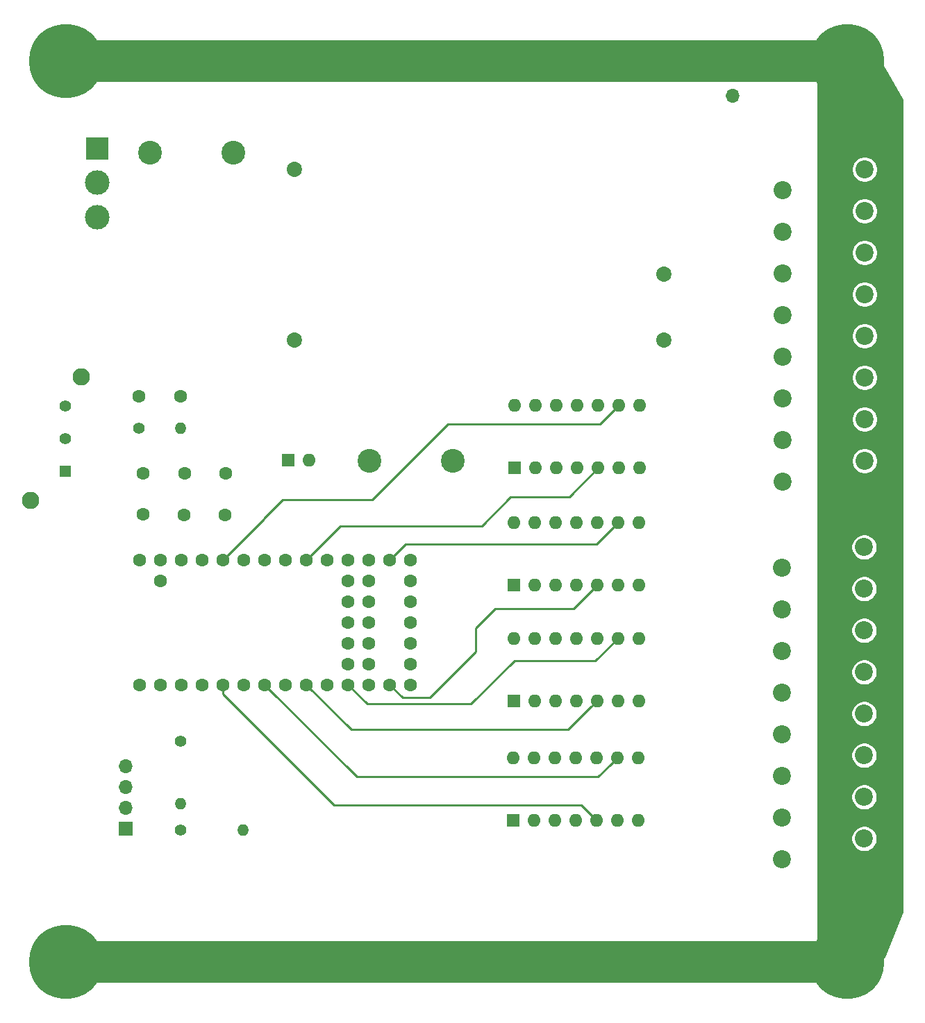
<source format=gbr>
G04 #@! TF.GenerationSoftware,KiCad,Pcbnew,(5.1.2-1)-1*
G04 #@! TF.CreationDate,2022-02-21T13:59:12-08:00*
G04 #@! TF.ProjectId,widaq-magis-ssr-v1b,77696461-712d-46d6-9167-69732d737372,rev?*
G04 #@! TF.SameCoordinates,Original*
G04 #@! TF.FileFunction,Copper,L4,Bot*
G04 #@! TF.FilePolarity,Positive*
%FSLAX46Y46*%
G04 Gerber Fmt 4.6, Leading zero omitted, Abs format (unit mm)*
G04 Created by KiCad (PCBNEW (5.1.2-1)-1) date 2022-02-21 13:59:12*
%MOMM*%
%LPD*%
G04 APERTURE LIST*
%ADD10C,2.900000*%
%ADD11C,3.000000*%
%ADD12R,2.800000X2.800000*%
%ADD13R,1.700000X1.700000*%
%ADD14O,1.700000X1.700000*%
%ADD15C,9.000000*%
%ADD16C,2.200000*%
%ADD17C,1.600000*%
%ADD18R,1.410000X1.410000*%
%ADD19C,1.410000*%
%ADD20C,2.103000*%
%ADD21C,1.400000*%
%ADD22O,1.400000X1.400000*%
%ADD23R,1.600000X1.600000*%
%ADD24O,1.600000X1.600000*%
%ADD25C,1.860000*%
%ADD26C,0.250000*%
%ADD27C,5.080000*%
%ADD28C,0.254000*%
G04 APERTURE END LIST*
D10*
X129141220Y-87368380D03*
X139301220Y-87368380D03*
X112562640Y-49794160D03*
X102402640Y-49794160D03*
D11*
X95910400Y-57650600D03*
X95910400Y-53450600D03*
D12*
X95910400Y-49250600D03*
D13*
X173395640Y-40289480D03*
D14*
X173395640Y-42829480D03*
D15*
X187337700Y-148475700D03*
X92087700Y-148475700D03*
X187337700Y-38620700D03*
X92087700Y-38620700D03*
D16*
X189470580Y-51821980D03*
X189470580Y-56901980D03*
X189470580Y-61981980D03*
X189470580Y-67061980D03*
X189470580Y-72141980D03*
X189470580Y-77221980D03*
X189470580Y-82301980D03*
X189470580Y-87381980D03*
X179470580Y-54361980D03*
X179470580Y-59441980D03*
X179470580Y-64521980D03*
X179470580Y-69601980D03*
X179470580Y-74681980D03*
X179470580Y-79761980D03*
X179470580Y-84841980D03*
X179470580Y-89921980D03*
X189435020Y-97895040D03*
X189435020Y-102975040D03*
X189435020Y-108055040D03*
X189435020Y-113135040D03*
X189435020Y-118215040D03*
X189435020Y-123295040D03*
X189435020Y-128375040D03*
X189435020Y-133455040D03*
X179435020Y-100435040D03*
X179435020Y-105515040D03*
X179435020Y-110595040D03*
X179435020Y-115675040D03*
X179435020Y-120755040D03*
X179435020Y-125835040D03*
X179435020Y-130915040D03*
X179435020Y-135995040D03*
D17*
X106497120Y-93936820D03*
X111497120Y-93936820D03*
X106583480Y-88877140D03*
X111583480Y-88877140D03*
D18*
X92011680Y-88658200D03*
D19*
X92011680Y-84658200D03*
X92011680Y-80658200D03*
D20*
X87811680Y-92158200D03*
X94011680Y-77158200D03*
D21*
X101023420Y-83360260D03*
D22*
X106103420Y-83360260D03*
D23*
X119227600Y-87302340D03*
D24*
X121767600Y-87302340D03*
D17*
X106045000Y-79499460D03*
X101045000Y-79499460D03*
X101518720Y-88927940D03*
X101518720Y-93927940D03*
X134129780Y-107061000D03*
X134129780Y-104521000D03*
X134129780Y-101981000D03*
X134129780Y-99441000D03*
X134129780Y-109601000D03*
X134129780Y-112141000D03*
X134129780Y-114681000D03*
X131589780Y-99441000D03*
X129049780Y-99441000D03*
X126509780Y-99441000D03*
X123969780Y-99441000D03*
X121429780Y-99441000D03*
X118889780Y-99441000D03*
X116349780Y-99441000D03*
X113809780Y-99441000D03*
X111269780Y-99441000D03*
X108729780Y-99441000D03*
X106189780Y-99441000D03*
X103649780Y-99441000D03*
X101109780Y-99441000D03*
X103649780Y-101981000D03*
X131589780Y-114681000D03*
X129049780Y-114681000D03*
X126509780Y-114681000D03*
X123969780Y-114681000D03*
X121429780Y-114681000D03*
X118889780Y-114681000D03*
X116349780Y-114681000D03*
X113809780Y-114681000D03*
X111269780Y-114681000D03*
X108729780Y-114681000D03*
X106189780Y-114681000D03*
X103649780Y-114681000D03*
X101109780Y-114681000D03*
X129049780Y-101981000D03*
X126509780Y-101981000D03*
X129049780Y-104521000D03*
X126509780Y-104521000D03*
X129049780Y-107061000D03*
X126509780Y-107061000D03*
X129049780Y-109601000D03*
X126509780Y-109601000D03*
X129049780Y-112141000D03*
X126509780Y-112141000D03*
D21*
X106050080Y-132448300D03*
D22*
X113670080Y-132448300D03*
D21*
X106080560Y-121541540D03*
D22*
X106080560Y-129161540D03*
D25*
X119981020Y-72617300D03*
X119981020Y-51817300D03*
X164981020Y-72617300D03*
X164981020Y-64617300D03*
D13*
X99402900Y-132260340D03*
D14*
X99402900Y-129720340D03*
X99402900Y-127180340D03*
X99402900Y-124640340D03*
D23*
X146685000Y-116624100D03*
D24*
X161925000Y-109004100D03*
X149225000Y-116624100D03*
X159385000Y-109004100D03*
X151765000Y-116624100D03*
X156845000Y-109004100D03*
X154305000Y-116624100D03*
X154305000Y-109004100D03*
X156845000Y-116624100D03*
X151765000Y-109004100D03*
X159385000Y-116624100D03*
X149225000Y-109004100D03*
X161925000Y-116624100D03*
X146685000Y-109004100D03*
D23*
X146832320Y-88249760D03*
D24*
X162072320Y-80629760D03*
X149372320Y-88249760D03*
X159532320Y-80629760D03*
X151912320Y-88249760D03*
X156992320Y-80629760D03*
X154452320Y-88249760D03*
X154452320Y-80629760D03*
X156992320Y-88249760D03*
X151912320Y-80629760D03*
X159532320Y-88249760D03*
X149372320Y-80629760D03*
X162072320Y-88249760D03*
X146832320Y-80629760D03*
D23*
X146646900Y-131188460D03*
D24*
X161886900Y-123568460D03*
X149186900Y-131188460D03*
X159346900Y-123568460D03*
X151726900Y-131188460D03*
X156806900Y-123568460D03*
X154266900Y-131188460D03*
X154266900Y-123568460D03*
X156806900Y-131188460D03*
X151726900Y-123568460D03*
X159346900Y-131188460D03*
X149186900Y-123568460D03*
X161886900Y-131188460D03*
X146646900Y-123568460D03*
D23*
X146738340Y-102499160D03*
D24*
X161978340Y-94879160D03*
X149278340Y-102499160D03*
X159438340Y-94879160D03*
X151818340Y-102499160D03*
X156898340Y-94879160D03*
X154358340Y-102499160D03*
X154358340Y-94879160D03*
X156898340Y-102499160D03*
X151818340Y-94879160D03*
X159438340Y-102499160D03*
X149278340Y-94879160D03*
X161978340Y-102499160D03*
X146738340Y-94879160D03*
D26*
X131589780Y-114681000D02*
X133151880Y-116243100D01*
X133151880Y-116243100D02*
X136484360Y-116243100D01*
X136484360Y-116243100D02*
X142057120Y-110670340D01*
X142057120Y-110670340D02*
X142057120Y-107807760D01*
X142057120Y-107807760D02*
X144470120Y-105394760D01*
X154002740Y-105394760D02*
X156898340Y-102499160D01*
X144470120Y-105394760D02*
X154002740Y-105394760D01*
X131589780Y-99441000D02*
X133512560Y-97518220D01*
X156799280Y-97518220D02*
X159438340Y-94879160D01*
X133512560Y-97518220D02*
X156799280Y-97518220D01*
X111269780Y-115812370D02*
X124784050Y-129326640D01*
X111269780Y-114681000D02*
X111269780Y-115812370D01*
X154945080Y-129326640D02*
X156806900Y-131188460D01*
X124784050Y-129326640D02*
X154945080Y-129326640D01*
X156984700Y-125930660D02*
X158546901Y-124368459D01*
X158546901Y-124368459D02*
X159346900Y-123568460D01*
X127599440Y-125930660D02*
X156984700Y-125930660D01*
X116349780Y-114681000D02*
X127599440Y-125930660D01*
X121429780Y-99441000D02*
X125567440Y-95303340D01*
X125567440Y-95303340D02*
X142796260Y-95303340D01*
X142796260Y-95303340D02*
X146339560Y-91760040D01*
X153482040Y-91760040D02*
X156992320Y-88249760D01*
X146339560Y-91760040D02*
X153482040Y-91760040D01*
X116271040Y-94439740D02*
X116271040Y-94432120D01*
X111269780Y-99441000D02*
X116271040Y-94439740D01*
X116271040Y-94432120D02*
X118572280Y-92130880D01*
X118572280Y-92130880D02*
X129489200Y-92130880D01*
X129489200Y-92130880D02*
X138717020Y-82903060D01*
X157259020Y-82903060D02*
X159532320Y-80629760D01*
X138717020Y-82903060D02*
X157259020Y-82903060D01*
X153316940Y-120152160D02*
X156045001Y-117424099D01*
X126900940Y-120152160D02*
X153316940Y-120152160D01*
X156045001Y-117424099D02*
X156845000Y-116624100D01*
X121429780Y-114681000D02*
X126900940Y-120152160D01*
X126509780Y-114681000D02*
X128856740Y-117027960D01*
X128856740Y-117027960D02*
X141490700Y-117027960D01*
X141490700Y-117027960D02*
X146801840Y-111716820D01*
X156672280Y-111716820D02*
X159385000Y-109004100D01*
X146801840Y-111716820D02*
X156672280Y-111716820D01*
D27*
X187337700Y-38620700D02*
X92087700Y-38620700D01*
X187337700Y-148475700D02*
X92087700Y-148475700D01*
D26*
X187337700Y-38620700D02*
X188328300Y-38620700D01*
X188328300Y-38620700D02*
X191157860Y-41450260D01*
D28*
G36*
X190942036Y-39033058D02*
G01*
X191148232Y-39051764D01*
X191342496Y-39104899D01*
X191524417Y-39191325D01*
X191688337Y-39308354D01*
X191829158Y-39452347D01*
X191945674Y-39623484D01*
X193931059Y-43177121D01*
X194013126Y-43358656D01*
X194061964Y-43546206D01*
X194078860Y-43744702D01*
X194078860Y-142152395D01*
X194057326Y-142376256D01*
X193993511Y-142591913D01*
X191951274Y-147652099D01*
X191862316Y-147828227D01*
X191748312Y-147982663D01*
X191610062Y-148115834D01*
X191451466Y-148223981D01*
X191277011Y-148304048D01*
X191091605Y-148353780D01*
X190895154Y-148372275D01*
X184969371Y-148430115D01*
X184764017Y-148414054D01*
X184570043Y-148363766D01*
X184387833Y-148280359D01*
X184223007Y-148166406D01*
X184080620Y-148025402D01*
X183965064Y-147861696D01*
X183879882Y-147680310D01*
X183827705Y-147486840D01*
X183809640Y-147281641D01*
X183809640Y-133296666D01*
X187827020Y-133296666D01*
X187827020Y-133613414D01*
X187888815Y-133924076D01*
X188010029Y-134216713D01*
X188186005Y-134480080D01*
X188409980Y-134704055D01*
X188673347Y-134880031D01*
X188965984Y-135001245D01*
X189276646Y-135063040D01*
X189593394Y-135063040D01*
X189904056Y-135001245D01*
X190196693Y-134880031D01*
X190460060Y-134704055D01*
X190684035Y-134480080D01*
X190860011Y-134216713D01*
X190981225Y-133924076D01*
X191043020Y-133613414D01*
X191043020Y-133296666D01*
X190981225Y-132986004D01*
X190860011Y-132693367D01*
X190684035Y-132430000D01*
X190460060Y-132206025D01*
X190196693Y-132030049D01*
X189904056Y-131908835D01*
X189593394Y-131847040D01*
X189276646Y-131847040D01*
X188965984Y-131908835D01*
X188673347Y-132030049D01*
X188409980Y-132206025D01*
X188186005Y-132430000D01*
X188010029Y-132693367D01*
X187888815Y-132986004D01*
X187827020Y-133296666D01*
X183809640Y-133296666D01*
X183809640Y-128216666D01*
X187827020Y-128216666D01*
X187827020Y-128533414D01*
X187888815Y-128844076D01*
X188010029Y-129136713D01*
X188186005Y-129400080D01*
X188409980Y-129624055D01*
X188673347Y-129800031D01*
X188965984Y-129921245D01*
X189276646Y-129983040D01*
X189593394Y-129983040D01*
X189904056Y-129921245D01*
X190196693Y-129800031D01*
X190460060Y-129624055D01*
X190684035Y-129400080D01*
X190860011Y-129136713D01*
X190981225Y-128844076D01*
X191043020Y-128533414D01*
X191043020Y-128216666D01*
X190981225Y-127906004D01*
X190860011Y-127613367D01*
X190684035Y-127350000D01*
X190460060Y-127126025D01*
X190196693Y-126950049D01*
X189904056Y-126828835D01*
X189593394Y-126767040D01*
X189276646Y-126767040D01*
X188965984Y-126828835D01*
X188673347Y-126950049D01*
X188409980Y-127126025D01*
X188186005Y-127350000D01*
X188010029Y-127613367D01*
X187888815Y-127906004D01*
X187827020Y-128216666D01*
X183809640Y-128216666D01*
X183809640Y-123136666D01*
X187827020Y-123136666D01*
X187827020Y-123453414D01*
X187888815Y-123764076D01*
X188010029Y-124056713D01*
X188186005Y-124320080D01*
X188409980Y-124544055D01*
X188673347Y-124720031D01*
X188965984Y-124841245D01*
X189276646Y-124903040D01*
X189593394Y-124903040D01*
X189904056Y-124841245D01*
X190196693Y-124720031D01*
X190460060Y-124544055D01*
X190684035Y-124320080D01*
X190860011Y-124056713D01*
X190981225Y-123764076D01*
X191043020Y-123453414D01*
X191043020Y-123136666D01*
X190981225Y-122826004D01*
X190860011Y-122533367D01*
X190684035Y-122270000D01*
X190460060Y-122046025D01*
X190196693Y-121870049D01*
X189904056Y-121748835D01*
X189593394Y-121687040D01*
X189276646Y-121687040D01*
X188965984Y-121748835D01*
X188673347Y-121870049D01*
X188409980Y-122046025D01*
X188186005Y-122270000D01*
X188010029Y-122533367D01*
X187888815Y-122826004D01*
X187827020Y-123136666D01*
X183809640Y-123136666D01*
X183809640Y-118056666D01*
X187827020Y-118056666D01*
X187827020Y-118373414D01*
X187888815Y-118684076D01*
X188010029Y-118976713D01*
X188186005Y-119240080D01*
X188409980Y-119464055D01*
X188673347Y-119640031D01*
X188965984Y-119761245D01*
X189276646Y-119823040D01*
X189593394Y-119823040D01*
X189904056Y-119761245D01*
X190196693Y-119640031D01*
X190460060Y-119464055D01*
X190684035Y-119240080D01*
X190860011Y-118976713D01*
X190981225Y-118684076D01*
X191043020Y-118373414D01*
X191043020Y-118056666D01*
X190981225Y-117746004D01*
X190860011Y-117453367D01*
X190684035Y-117190000D01*
X190460060Y-116966025D01*
X190196693Y-116790049D01*
X189904056Y-116668835D01*
X189593394Y-116607040D01*
X189276646Y-116607040D01*
X188965984Y-116668835D01*
X188673347Y-116790049D01*
X188409980Y-116966025D01*
X188186005Y-117190000D01*
X188010029Y-117453367D01*
X187888815Y-117746004D01*
X187827020Y-118056666D01*
X183809640Y-118056666D01*
X183809640Y-112976666D01*
X187827020Y-112976666D01*
X187827020Y-113293414D01*
X187888815Y-113604076D01*
X188010029Y-113896713D01*
X188186005Y-114160080D01*
X188409980Y-114384055D01*
X188673347Y-114560031D01*
X188965984Y-114681245D01*
X189276646Y-114743040D01*
X189593394Y-114743040D01*
X189904056Y-114681245D01*
X190196693Y-114560031D01*
X190460060Y-114384055D01*
X190684035Y-114160080D01*
X190860011Y-113896713D01*
X190981225Y-113604076D01*
X191043020Y-113293414D01*
X191043020Y-112976666D01*
X190981225Y-112666004D01*
X190860011Y-112373367D01*
X190684035Y-112110000D01*
X190460060Y-111886025D01*
X190196693Y-111710049D01*
X189904056Y-111588835D01*
X189593394Y-111527040D01*
X189276646Y-111527040D01*
X188965984Y-111588835D01*
X188673347Y-111710049D01*
X188409980Y-111886025D01*
X188186005Y-112110000D01*
X188010029Y-112373367D01*
X187888815Y-112666004D01*
X187827020Y-112976666D01*
X183809640Y-112976666D01*
X183809640Y-107896666D01*
X187827020Y-107896666D01*
X187827020Y-108213414D01*
X187888815Y-108524076D01*
X188010029Y-108816713D01*
X188186005Y-109080080D01*
X188409980Y-109304055D01*
X188673347Y-109480031D01*
X188965984Y-109601245D01*
X189276646Y-109663040D01*
X189593394Y-109663040D01*
X189904056Y-109601245D01*
X190196693Y-109480031D01*
X190460060Y-109304055D01*
X190684035Y-109080080D01*
X190860011Y-108816713D01*
X190981225Y-108524076D01*
X191043020Y-108213414D01*
X191043020Y-107896666D01*
X190981225Y-107586004D01*
X190860011Y-107293367D01*
X190684035Y-107030000D01*
X190460060Y-106806025D01*
X190196693Y-106630049D01*
X189904056Y-106508835D01*
X189593394Y-106447040D01*
X189276646Y-106447040D01*
X188965984Y-106508835D01*
X188673347Y-106630049D01*
X188409980Y-106806025D01*
X188186005Y-107030000D01*
X188010029Y-107293367D01*
X187888815Y-107586004D01*
X187827020Y-107896666D01*
X183809640Y-107896666D01*
X183809640Y-102816666D01*
X187827020Y-102816666D01*
X187827020Y-103133414D01*
X187888815Y-103444076D01*
X188010029Y-103736713D01*
X188186005Y-104000080D01*
X188409980Y-104224055D01*
X188673347Y-104400031D01*
X188965984Y-104521245D01*
X189276646Y-104583040D01*
X189593394Y-104583040D01*
X189904056Y-104521245D01*
X190196693Y-104400031D01*
X190460060Y-104224055D01*
X190684035Y-104000080D01*
X190860011Y-103736713D01*
X190981225Y-103444076D01*
X191043020Y-103133414D01*
X191043020Y-102816666D01*
X190981225Y-102506004D01*
X190860011Y-102213367D01*
X190684035Y-101950000D01*
X190460060Y-101726025D01*
X190196693Y-101550049D01*
X189904056Y-101428835D01*
X189593394Y-101367040D01*
X189276646Y-101367040D01*
X188965984Y-101428835D01*
X188673347Y-101550049D01*
X188409980Y-101726025D01*
X188186005Y-101950000D01*
X188010029Y-102213367D01*
X187888815Y-102506004D01*
X187827020Y-102816666D01*
X183809640Y-102816666D01*
X183809640Y-97736666D01*
X187827020Y-97736666D01*
X187827020Y-98053414D01*
X187888815Y-98364076D01*
X188010029Y-98656713D01*
X188186005Y-98920080D01*
X188409980Y-99144055D01*
X188673347Y-99320031D01*
X188965984Y-99441245D01*
X189276646Y-99503040D01*
X189593394Y-99503040D01*
X189904056Y-99441245D01*
X190196693Y-99320031D01*
X190460060Y-99144055D01*
X190684035Y-98920080D01*
X190860011Y-98656713D01*
X190981225Y-98364076D01*
X191043020Y-98053414D01*
X191043020Y-97736666D01*
X190981225Y-97426004D01*
X190860011Y-97133367D01*
X190684035Y-96870000D01*
X190460060Y-96646025D01*
X190196693Y-96470049D01*
X189904056Y-96348835D01*
X189593394Y-96287040D01*
X189276646Y-96287040D01*
X188965984Y-96348835D01*
X188673347Y-96470049D01*
X188409980Y-96646025D01*
X188186005Y-96870000D01*
X188010029Y-97133367D01*
X187888815Y-97426004D01*
X187827020Y-97736666D01*
X183809640Y-97736666D01*
X183809640Y-87223606D01*
X187862580Y-87223606D01*
X187862580Y-87540354D01*
X187924375Y-87851016D01*
X188045589Y-88143653D01*
X188221565Y-88407020D01*
X188445540Y-88630995D01*
X188708907Y-88806971D01*
X189001544Y-88928185D01*
X189312206Y-88989980D01*
X189628954Y-88989980D01*
X189939616Y-88928185D01*
X190232253Y-88806971D01*
X190495620Y-88630995D01*
X190719595Y-88407020D01*
X190895571Y-88143653D01*
X191016785Y-87851016D01*
X191078580Y-87540354D01*
X191078580Y-87223606D01*
X191016785Y-86912944D01*
X190895571Y-86620307D01*
X190719595Y-86356940D01*
X190495620Y-86132965D01*
X190232253Y-85956989D01*
X189939616Y-85835775D01*
X189628954Y-85773980D01*
X189312206Y-85773980D01*
X189001544Y-85835775D01*
X188708907Y-85956989D01*
X188445540Y-86132965D01*
X188221565Y-86356940D01*
X188045589Y-86620307D01*
X187924375Y-86912944D01*
X187862580Y-87223606D01*
X183809640Y-87223606D01*
X183809640Y-82143606D01*
X187862580Y-82143606D01*
X187862580Y-82460354D01*
X187924375Y-82771016D01*
X188045589Y-83063653D01*
X188221565Y-83327020D01*
X188445540Y-83550995D01*
X188708907Y-83726971D01*
X189001544Y-83848185D01*
X189312206Y-83909980D01*
X189628954Y-83909980D01*
X189939616Y-83848185D01*
X190232253Y-83726971D01*
X190495620Y-83550995D01*
X190719595Y-83327020D01*
X190895571Y-83063653D01*
X191016785Y-82771016D01*
X191078580Y-82460354D01*
X191078580Y-82143606D01*
X191016785Y-81832944D01*
X190895571Y-81540307D01*
X190719595Y-81276940D01*
X190495620Y-81052965D01*
X190232253Y-80876989D01*
X189939616Y-80755775D01*
X189628954Y-80693980D01*
X189312206Y-80693980D01*
X189001544Y-80755775D01*
X188708907Y-80876989D01*
X188445540Y-81052965D01*
X188221565Y-81276940D01*
X188045589Y-81540307D01*
X187924375Y-81832944D01*
X187862580Y-82143606D01*
X183809640Y-82143606D01*
X183809640Y-77063606D01*
X187862580Y-77063606D01*
X187862580Y-77380354D01*
X187924375Y-77691016D01*
X188045589Y-77983653D01*
X188221565Y-78247020D01*
X188445540Y-78470995D01*
X188708907Y-78646971D01*
X189001544Y-78768185D01*
X189312206Y-78829980D01*
X189628954Y-78829980D01*
X189939616Y-78768185D01*
X190232253Y-78646971D01*
X190495620Y-78470995D01*
X190719595Y-78247020D01*
X190895571Y-77983653D01*
X191016785Y-77691016D01*
X191078580Y-77380354D01*
X191078580Y-77063606D01*
X191016785Y-76752944D01*
X190895571Y-76460307D01*
X190719595Y-76196940D01*
X190495620Y-75972965D01*
X190232253Y-75796989D01*
X189939616Y-75675775D01*
X189628954Y-75613980D01*
X189312206Y-75613980D01*
X189001544Y-75675775D01*
X188708907Y-75796989D01*
X188445540Y-75972965D01*
X188221565Y-76196940D01*
X188045589Y-76460307D01*
X187924375Y-76752944D01*
X187862580Y-77063606D01*
X183809640Y-77063606D01*
X183809640Y-71983606D01*
X187862580Y-71983606D01*
X187862580Y-72300354D01*
X187924375Y-72611016D01*
X188045589Y-72903653D01*
X188221565Y-73167020D01*
X188445540Y-73390995D01*
X188708907Y-73566971D01*
X189001544Y-73688185D01*
X189312206Y-73749980D01*
X189628954Y-73749980D01*
X189939616Y-73688185D01*
X190232253Y-73566971D01*
X190495620Y-73390995D01*
X190719595Y-73167020D01*
X190895571Y-72903653D01*
X191016785Y-72611016D01*
X191078580Y-72300354D01*
X191078580Y-71983606D01*
X191016785Y-71672944D01*
X190895571Y-71380307D01*
X190719595Y-71116940D01*
X190495620Y-70892965D01*
X190232253Y-70716989D01*
X189939616Y-70595775D01*
X189628954Y-70533980D01*
X189312206Y-70533980D01*
X189001544Y-70595775D01*
X188708907Y-70716989D01*
X188445540Y-70892965D01*
X188221565Y-71116940D01*
X188045589Y-71380307D01*
X187924375Y-71672944D01*
X187862580Y-71983606D01*
X183809640Y-71983606D01*
X183809640Y-66903606D01*
X187862580Y-66903606D01*
X187862580Y-67220354D01*
X187924375Y-67531016D01*
X188045589Y-67823653D01*
X188221565Y-68087020D01*
X188445540Y-68310995D01*
X188708907Y-68486971D01*
X189001544Y-68608185D01*
X189312206Y-68669980D01*
X189628954Y-68669980D01*
X189939616Y-68608185D01*
X190232253Y-68486971D01*
X190495620Y-68310995D01*
X190719595Y-68087020D01*
X190895571Y-67823653D01*
X191016785Y-67531016D01*
X191078580Y-67220354D01*
X191078580Y-66903606D01*
X191016785Y-66592944D01*
X190895571Y-66300307D01*
X190719595Y-66036940D01*
X190495620Y-65812965D01*
X190232253Y-65636989D01*
X189939616Y-65515775D01*
X189628954Y-65453980D01*
X189312206Y-65453980D01*
X189001544Y-65515775D01*
X188708907Y-65636989D01*
X188445540Y-65812965D01*
X188221565Y-66036940D01*
X188045589Y-66300307D01*
X187924375Y-66592944D01*
X187862580Y-66903606D01*
X183809640Y-66903606D01*
X183809640Y-61823606D01*
X187862580Y-61823606D01*
X187862580Y-62140354D01*
X187924375Y-62451016D01*
X188045589Y-62743653D01*
X188221565Y-63007020D01*
X188445540Y-63230995D01*
X188708907Y-63406971D01*
X189001544Y-63528185D01*
X189312206Y-63589980D01*
X189628954Y-63589980D01*
X189939616Y-63528185D01*
X190232253Y-63406971D01*
X190495620Y-63230995D01*
X190719595Y-63007020D01*
X190895571Y-62743653D01*
X191016785Y-62451016D01*
X191078580Y-62140354D01*
X191078580Y-61823606D01*
X191016785Y-61512944D01*
X190895571Y-61220307D01*
X190719595Y-60956940D01*
X190495620Y-60732965D01*
X190232253Y-60556989D01*
X189939616Y-60435775D01*
X189628954Y-60373980D01*
X189312206Y-60373980D01*
X189001544Y-60435775D01*
X188708907Y-60556989D01*
X188445540Y-60732965D01*
X188221565Y-60956940D01*
X188045589Y-61220307D01*
X187924375Y-61512944D01*
X187862580Y-61823606D01*
X183809640Y-61823606D01*
X183809640Y-56743606D01*
X187862580Y-56743606D01*
X187862580Y-57060354D01*
X187924375Y-57371016D01*
X188045589Y-57663653D01*
X188221565Y-57927020D01*
X188445540Y-58150995D01*
X188708907Y-58326971D01*
X189001544Y-58448185D01*
X189312206Y-58509980D01*
X189628954Y-58509980D01*
X189939616Y-58448185D01*
X190232253Y-58326971D01*
X190495620Y-58150995D01*
X190719595Y-57927020D01*
X190895571Y-57663653D01*
X191016785Y-57371016D01*
X191078580Y-57060354D01*
X191078580Y-56743606D01*
X191016785Y-56432944D01*
X190895571Y-56140307D01*
X190719595Y-55876940D01*
X190495620Y-55652965D01*
X190232253Y-55476989D01*
X189939616Y-55355775D01*
X189628954Y-55293980D01*
X189312206Y-55293980D01*
X189001544Y-55355775D01*
X188708907Y-55476989D01*
X188445540Y-55652965D01*
X188221565Y-55876940D01*
X188045589Y-56140307D01*
X187924375Y-56432944D01*
X187862580Y-56743606D01*
X183809640Y-56743606D01*
X183809640Y-51663606D01*
X187862580Y-51663606D01*
X187862580Y-51980354D01*
X187924375Y-52291016D01*
X188045589Y-52583653D01*
X188221565Y-52847020D01*
X188445540Y-53070995D01*
X188708907Y-53246971D01*
X189001544Y-53368185D01*
X189312206Y-53429980D01*
X189628954Y-53429980D01*
X189939616Y-53368185D01*
X190232253Y-53246971D01*
X190495620Y-53070995D01*
X190719595Y-52847020D01*
X190895571Y-52583653D01*
X191016785Y-52291016D01*
X191078580Y-51980354D01*
X191078580Y-51663606D01*
X191016785Y-51352944D01*
X190895571Y-51060307D01*
X190719595Y-50796940D01*
X190495620Y-50572965D01*
X190232253Y-50396989D01*
X189939616Y-50275775D01*
X189628954Y-50213980D01*
X189312206Y-50213980D01*
X189001544Y-50275775D01*
X188708907Y-50396989D01*
X188445540Y-50572965D01*
X188221565Y-50796940D01*
X188045589Y-51060307D01*
X187924375Y-51352944D01*
X187862580Y-51663606D01*
X183809640Y-51663606D01*
X183809640Y-40168312D01*
X183827533Y-39964089D01*
X183879220Y-39771474D01*
X183963619Y-39590771D01*
X184078148Y-39427507D01*
X184219326Y-39286641D01*
X184382848Y-39172473D01*
X184563733Y-39088478D01*
X184756462Y-39037218D01*
X184960731Y-39019778D01*
X190942036Y-39033058D01*
X190942036Y-39033058D01*
G37*
X190942036Y-39033058D02*
X191148232Y-39051764D01*
X191342496Y-39104899D01*
X191524417Y-39191325D01*
X191688337Y-39308354D01*
X191829158Y-39452347D01*
X191945674Y-39623484D01*
X193931059Y-43177121D01*
X194013126Y-43358656D01*
X194061964Y-43546206D01*
X194078860Y-43744702D01*
X194078860Y-142152395D01*
X194057326Y-142376256D01*
X193993511Y-142591913D01*
X191951274Y-147652099D01*
X191862316Y-147828227D01*
X191748312Y-147982663D01*
X191610062Y-148115834D01*
X191451466Y-148223981D01*
X191277011Y-148304048D01*
X191091605Y-148353780D01*
X190895154Y-148372275D01*
X184969371Y-148430115D01*
X184764017Y-148414054D01*
X184570043Y-148363766D01*
X184387833Y-148280359D01*
X184223007Y-148166406D01*
X184080620Y-148025402D01*
X183965064Y-147861696D01*
X183879882Y-147680310D01*
X183827705Y-147486840D01*
X183809640Y-147281641D01*
X183809640Y-133296666D01*
X187827020Y-133296666D01*
X187827020Y-133613414D01*
X187888815Y-133924076D01*
X188010029Y-134216713D01*
X188186005Y-134480080D01*
X188409980Y-134704055D01*
X188673347Y-134880031D01*
X188965984Y-135001245D01*
X189276646Y-135063040D01*
X189593394Y-135063040D01*
X189904056Y-135001245D01*
X190196693Y-134880031D01*
X190460060Y-134704055D01*
X190684035Y-134480080D01*
X190860011Y-134216713D01*
X190981225Y-133924076D01*
X191043020Y-133613414D01*
X191043020Y-133296666D01*
X190981225Y-132986004D01*
X190860011Y-132693367D01*
X190684035Y-132430000D01*
X190460060Y-132206025D01*
X190196693Y-132030049D01*
X189904056Y-131908835D01*
X189593394Y-131847040D01*
X189276646Y-131847040D01*
X188965984Y-131908835D01*
X188673347Y-132030049D01*
X188409980Y-132206025D01*
X188186005Y-132430000D01*
X188010029Y-132693367D01*
X187888815Y-132986004D01*
X187827020Y-133296666D01*
X183809640Y-133296666D01*
X183809640Y-128216666D01*
X187827020Y-128216666D01*
X187827020Y-128533414D01*
X187888815Y-128844076D01*
X188010029Y-129136713D01*
X188186005Y-129400080D01*
X188409980Y-129624055D01*
X188673347Y-129800031D01*
X188965984Y-129921245D01*
X189276646Y-129983040D01*
X189593394Y-129983040D01*
X189904056Y-129921245D01*
X190196693Y-129800031D01*
X190460060Y-129624055D01*
X190684035Y-129400080D01*
X190860011Y-129136713D01*
X190981225Y-128844076D01*
X191043020Y-128533414D01*
X191043020Y-128216666D01*
X190981225Y-127906004D01*
X190860011Y-127613367D01*
X190684035Y-127350000D01*
X190460060Y-127126025D01*
X190196693Y-126950049D01*
X189904056Y-126828835D01*
X189593394Y-126767040D01*
X189276646Y-126767040D01*
X188965984Y-126828835D01*
X188673347Y-126950049D01*
X188409980Y-127126025D01*
X188186005Y-127350000D01*
X188010029Y-127613367D01*
X187888815Y-127906004D01*
X187827020Y-128216666D01*
X183809640Y-128216666D01*
X183809640Y-123136666D01*
X187827020Y-123136666D01*
X187827020Y-123453414D01*
X187888815Y-123764076D01*
X188010029Y-124056713D01*
X188186005Y-124320080D01*
X188409980Y-124544055D01*
X188673347Y-124720031D01*
X188965984Y-124841245D01*
X189276646Y-124903040D01*
X189593394Y-124903040D01*
X189904056Y-124841245D01*
X190196693Y-124720031D01*
X190460060Y-124544055D01*
X190684035Y-124320080D01*
X190860011Y-124056713D01*
X190981225Y-123764076D01*
X191043020Y-123453414D01*
X191043020Y-123136666D01*
X190981225Y-122826004D01*
X190860011Y-122533367D01*
X190684035Y-122270000D01*
X190460060Y-122046025D01*
X190196693Y-121870049D01*
X189904056Y-121748835D01*
X189593394Y-121687040D01*
X189276646Y-121687040D01*
X188965984Y-121748835D01*
X188673347Y-121870049D01*
X188409980Y-122046025D01*
X188186005Y-122270000D01*
X188010029Y-122533367D01*
X187888815Y-122826004D01*
X187827020Y-123136666D01*
X183809640Y-123136666D01*
X183809640Y-118056666D01*
X187827020Y-118056666D01*
X187827020Y-118373414D01*
X187888815Y-118684076D01*
X188010029Y-118976713D01*
X188186005Y-119240080D01*
X188409980Y-119464055D01*
X188673347Y-119640031D01*
X188965984Y-119761245D01*
X189276646Y-119823040D01*
X189593394Y-119823040D01*
X189904056Y-119761245D01*
X190196693Y-119640031D01*
X190460060Y-119464055D01*
X190684035Y-119240080D01*
X190860011Y-118976713D01*
X190981225Y-118684076D01*
X191043020Y-118373414D01*
X191043020Y-118056666D01*
X190981225Y-117746004D01*
X190860011Y-117453367D01*
X190684035Y-117190000D01*
X190460060Y-116966025D01*
X190196693Y-116790049D01*
X189904056Y-116668835D01*
X189593394Y-116607040D01*
X189276646Y-116607040D01*
X188965984Y-116668835D01*
X188673347Y-116790049D01*
X188409980Y-116966025D01*
X188186005Y-117190000D01*
X188010029Y-117453367D01*
X187888815Y-117746004D01*
X187827020Y-118056666D01*
X183809640Y-118056666D01*
X183809640Y-112976666D01*
X187827020Y-112976666D01*
X187827020Y-113293414D01*
X187888815Y-113604076D01*
X188010029Y-113896713D01*
X188186005Y-114160080D01*
X188409980Y-114384055D01*
X188673347Y-114560031D01*
X188965984Y-114681245D01*
X189276646Y-114743040D01*
X189593394Y-114743040D01*
X189904056Y-114681245D01*
X190196693Y-114560031D01*
X190460060Y-114384055D01*
X190684035Y-114160080D01*
X190860011Y-113896713D01*
X190981225Y-113604076D01*
X191043020Y-113293414D01*
X191043020Y-112976666D01*
X190981225Y-112666004D01*
X190860011Y-112373367D01*
X190684035Y-112110000D01*
X190460060Y-111886025D01*
X190196693Y-111710049D01*
X189904056Y-111588835D01*
X189593394Y-111527040D01*
X189276646Y-111527040D01*
X188965984Y-111588835D01*
X188673347Y-111710049D01*
X188409980Y-111886025D01*
X188186005Y-112110000D01*
X188010029Y-112373367D01*
X187888815Y-112666004D01*
X187827020Y-112976666D01*
X183809640Y-112976666D01*
X183809640Y-107896666D01*
X187827020Y-107896666D01*
X187827020Y-108213414D01*
X187888815Y-108524076D01*
X188010029Y-108816713D01*
X188186005Y-109080080D01*
X188409980Y-109304055D01*
X188673347Y-109480031D01*
X188965984Y-109601245D01*
X189276646Y-109663040D01*
X189593394Y-109663040D01*
X189904056Y-109601245D01*
X190196693Y-109480031D01*
X190460060Y-109304055D01*
X190684035Y-109080080D01*
X190860011Y-108816713D01*
X190981225Y-108524076D01*
X191043020Y-108213414D01*
X191043020Y-107896666D01*
X190981225Y-107586004D01*
X190860011Y-107293367D01*
X190684035Y-107030000D01*
X190460060Y-106806025D01*
X190196693Y-106630049D01*
X189904056Y-106508835D01*
X189593394Y-106447040D01*
X189276646Y-106447040D01*
X188965984Y-106508835D01*
X188673347Y-106630049D01*
X188409980Y-106806025D01*
X188186005Y-107030000D01*
X188010029Y-107293367D01*
X187888815Y-107586004D01*
X187827020Y-107896666D01*
X183809640Y-107896666D01*
X183809640Y-102816666D01*
X187827020Y-102816666D01*
X187827020Y-103133414D01*
X187888815Y-103444076D01*
X188010029Y-103736713D01*
X188186005Y-104000080D01*
X188409980Y-104224055D01*
X188673347Y-104400031D01*
X188965984Y-104521245D01*
X189276646Y-104583040D01*
X189593394Y-104583040D01*
X189904056Y-104521245D01*
X190196693Y-104400031D01*
X190460060Y-104224055D01*
X190684035Y-104000080D01*
X190860011Y-103736713D01*
X190981225Y-103444076D01*
X191043020Y-103133414D01*
X191043020Y-102816666D01*
X190981225Y-102506004D01*
X190860011Y-102213367D01*
X190684035Y-101950000D01*
X190460060Y-101726025D01*
X190196693Y-101550049D01*
X189904056Y-101428835D01*
X189593394Y-101367040D01*
X189276646Y-101367040D01*
X188965984Y-101428835D01*
X188673347Y-101550049D01*
X188409980Y-101726025D01*
X188186005Y-101950000D01*
X188010029Y-102213367D01*
X187888815Y-102506004D01*
X187827020Y-102816666D01*
X183809640Y-102816666D01*
X183809640Y-97736666D01*
X187827020Y-97736666D01*
X187827020Y-98053414D01*
X187888815Y-98364076D01*
X188010029Y-98656713D01*
X188186005Y-98920080D01*
X188409980Y-99144055D01*
X188673347Y-99320031D01*
X188965984Y-99441245D01*
X189276646Y-99503040D01*
X189593394Y-99503040D01*
X189904056Y-99441245D01*
X190196693Y-99320031D01*
X190460060Y-99144055D01*
X190684035Y-98920080D01*
X190860011Y-98656713D01*
X190981225Y-98364076D01*
X191043020Y-98053414D01*
X191043020Y-97736666D01*
X190981225Y-97426004D01*
X190860011Y-97133367D01*
X190684035Y-96870000D01*
X190460060Y-96646025D01*
X190196693Y-96470049D01*
X189904056Y-96348835D01*
X189593394Y-96287040D01*
X189276646Y-96287040D01*
X188965984Y-96348835D01*
X188673347Y-96470049D01*
X188409980Y-96646025D01*
X188186005Y-96870000D01*
X188010029Y-97133367D01*
X187888815Y-97426004D01*
X187827020Y-97736666D01*
X183809640Y-97736666D01*
X183809640Y-87223606D01*
X187862580Y-87223606D01*
X187862580Y-87540354D01*
X187924375Y-87851016D01*
X188045589Y-88143653D01*
X188221565Y-88407020D01*
X188445540Y-88630995D01*
X188708907Y-88806971D01*
X189001544Y-88928185D01*
X189312206Y-88989980D01*
X189628954Y-88989980D01*
X189939616Y-88928185D01*
X190232253Y-88806971D01*
X190495620Y-88630995D01*
X190719595Y-88407020D01*
X190895571Y-88143653D01*
X191016785Y-87851016D01*
X191078580Y-87540354D01*
X191078580Y-87223606D01*
X191016785Y-86912944D01*
X190895571Y-86620307D01*
X190719595Y-86356940D01*
X190495620Y-86132965D01*
X190232253Y-85956989D01*
X189939616Y-85835775D01*
X189628954Y-85773980D01*
X189312206Y-85773980D01*
X189001544Y-85835775D01*
X188708907Y-85956989D01*
X188445540Y-86132965D01*
X188221565Y-86356940D01*
X188045589Y-86620307D01*
X187924375Y-86912944D01*
X187862580Y-87223606D01*
X183809640Y-87223606D01*
X183809640Y-82143606D01*
X187862580Y-82143606D01*
X187862580Y-82460354D01*
X187924375Y-82771016D01*
X188045589Y-83063653D01*
X188221565Y-83327020D01*
X188445540Y-83550995D01*
X188708907Y-83726971D01*
X189001544Y-83848185D01*
X189312206Y-83909980D01*
X189628954Y-83909980D01*
X189939616Y-83848185D01*
X190232253Y-83726971D01*
X190495620Y-83550995D01*
X190719595Y-83327020D01*
X190895571Y-83063653D01*
X191016785Y-82771016D01*
X191078580Y-82460354D01*
X191078580Y-82143606D01*
X191016785Y-81832944D01*
X190895571Y-81540307D01*
X190719595Y-81276940D01*
X190495620Y-81052965D01*
X190232253Y-80876989D01*
X189939616Y-80755775D01*
X189628954Y-80693980D01*
X189312206Y-80693980D01*
X189001544Y-80755775D01*
X188708907Y-80876989D01*
X188445540Y-81052965D01*
X188221565Y-81276940D01*
X188045589Y-81540307D01*
X187924375Y-81832944D01*
X187862580Y-82143606D01*
X183809640Y-82143606D01*
X183809640Y-77063606D01*
X187862580Y-77063606D01*
X187862580Y-77380354D01*
X187924375Y-77691016D01*
X188045589Y-77983653D01*
X188221565Y-78247020D01*
X188445540Y-78470995D01*
X188708907Y-78646971D01*
X189001544Y-78768185D01*
X189312206Y-78829980D01*
X189628954Y-78829980D01*
X189939616Y-78768185D01*
X190232253Y-78646971D01*
X190495620Y-78470995D01*
X190719595Y-78247020D01*
X190895571Y-77983653D01*
X191016785Y-77691016D01*
X191078580Y-77380354D01*
X191078580Y-77063606D01*
X191016785Y-76752944D01*
X190895571Y-76460307D01*
X190719595Y-76196940D01*
X190495620Y-75972965D01*
X190232253Y-75796989D01*
X189939616Y-75675775D01*
X189628954Y-75613980D01*
X189312206Y-75613980D01*
X189001544Y-75675775D01*
X188708907Y-75796989D01*
X188445540Y-75972965D01*
X188221565Y-76196940D01*
X188045589Y-76460307D01*
X187924375Y-76752944D01*
X187862580Y-77063606D01*
X183809640Y-77063606D01*
X183809640Y-71983606D01*
X187862580Y-71983606D01*
X187862580Y-72300354D01*
X187924375Y-72611016D01*
X188045589Y-72903653D01*
X188221565Y-73167020D01*
X188445540Y-73390995D01*
X188708907Y-73566971D01*
X189001544Y-73688185D01*
X189312206Y-73749980D01*
X189628954Y-73749980D01*
X189939616Y-73688185D01*
X190232253Y-73566971D01*
X190495620Y-73390995D01*
X190719595Y-73167020D01*
X190895571Y-72903653D01*
X191016785Y-72611016D01*
X191078580Y-72300354D01*
X191078580Y-71983606D01*
X191016785Y-71672944D01*
X190895571Y-71380307D01*
X190719595Y-71116940D01*
X190495620Y-70892965D01*
X190232253Y-70716989D01*
X189939616Y-70595775D01*
X189628954Y-70533980D01*
X189312206Y-70533980D01*
X189001544Y-70595775D01*
X188708907Y-70716989D01*
X188445540Y-70892965D01*
X188221565Y-71116940D01*
X188045589Y-71380307D01*
X187924375Y-71672944D01*
X187862580Y-71983606D01*
X183809640Y-71983606D01*
X183809640Y-66903606D01*
X187862580Y-66903606D01*
X187862580Y-67220354D01*
X187924375Y-67531016D01*
X188045589Y-67823653D01*
X188221565Y-68087020D01*
X188445540Y-68310995D01*
X188708907Y-68486971D01*
X189001544Y-68608185D01*
X189312206Y-68669980D01*
X189628954Y-68669980D01*
X189939616Y-68608185D01*
X190232253Y-68486971D01*
X190495620Y-68310995D01*
X190719595Y-68087020D01*
X190895571Y-67823653D01*
X191016785Y-67531016D01*
X191078580Y-67220354D01*
X191078580Y-66903606D01*
X191016785Y-66592944D01*
X190895571Y-66300307D01*
X190719595Y-66036940D01*
X190495620Y-65812965D01*
X190232253Y-65636989D01*
X189939616Y-65515775D01*
X189628954Y-65453980D01*
X189312206Y-65453980D01*
X189001544Y-65515775D01*
X188708907Y-65636989D01*
X188445540Y-65812965D01*
X188221565Y-66036940D01*
X188045589Y-66300307D01*
X187924375Y-66592944D01*
X187862580Y-66903606D01*
X183809640Y-66903606D01*
X183809640Y-61823606D01*
X187862580Y-61823606D01*
X187862580Y-62140354D01*
X187924375Y-62451016D01*
X188045589Y-62743653D01*
X188221565Y-63007020D01*
X188445540Y-63230995D01*
X188708907Y-63406971D01*
X189001544Y-63528185D01*
X189312206Y-63589980D01*
X189628954Y-63589980D01*
X189939616Y-63528185D01*
X190232253Y-63406971D01*
X190495620Y-63230995D01*
X190719595Y-63007020D01*
X190895571Y-62743653D01*
X191016785Y-62451016D01*
X191078580Y-62140354D01*
X191078580Y-61823606D01*
X191016785Y-61512944D01*
X190895571Y-61220307D01*
X190719595Y-60956940D01*
X190495620Y-60732965D01*
X190232253Y-60556989D01*
X189939616Y-60435775D01*
X189628954Y-60373980D01*
X189312206Y-60373980D01*
X189001544Y-60435775D01*
X188708907Y-60556989D01*
X188445540Y-60732965D01*
X188221565Y-60956940D01*
X188045589Y-61220307D01*
X187924375Y-61512944D01*
X187862580Y-61823606D01*
X183809640Y-61823606D01*
X183809640Y-56743606D01*
X187862580Y-56743606D01*
X187862580Y-57060354D01*
X187924375Y-57371016D01*
X188045589Y-57663653D01*
X188221565Y-57927020D01*
X188445540Y-58150995D01*
X188708907Y-58326971D01*
X189001544Y-58448185D01*
X189312206Y-58509980D01*
X189628954Y-58509980D01*
X189939616Y-58448185D01*
X190232253Y-58326971D01*
X190495620Y-58150995D01*
X190719595Y-57927020D01*
X190895571Y-57663653D01*
X191016785Y-57371016D01*
X191078580Y-57060354D01*
X191078580Y-56743606D01*
X191016785Y-56432944D01*
X190895571Y-56140307D01*
X190719595Y-55876940D01*
X190495620Y-55652965D01*
X190232253Y-55476989D01*
X189939616Y-55355775D01*
X189628954Y-55293980D01*
X189312206Y-55293980D01*
X189001544Y-55355775D01*
X188708907Y-55476989D01*
X188445540Y-55652965D01*
X188221565Y-55876940D01*
X188045589Y-56140307D01*
X187924375Y-56432944D01*
X187862580Y-56743606D01*
X183809640Y-56743606D01*
X183809640Y-51663606D01*
X187862580Y-51663606D01*
X187862580Y-51980354D01*
X187924375Y-52291016D01*
X188045589Y-52583653D01*
X188221565Y-52847020D01*
X188445540Y-53070995D01*
X188708907Y-53246971D01*
X189001544Y-53368185D01*
X189312206Y-53429980D01*
X189628954Y-53429980D01*
X189939616Y-53368185D01*
X190232253Y-53246971D01*
X190495620Y-53070995D01*
X190719595Y-52847020D01*
X190895571Y-52583653D01*
X191016785Y-52291016D01*
X191078580Y-51980354D01*
X191078580Y-51663606D01*
X191016785Y-51352944D01*
X190895571Y-51060307D01*
X190719595Y-50796940D01*
X190495620Y-50572965D01*
X190232253Y-50396989D01*
X189939616Y-50275775D01*
X189628954Y-50213980D01*
X189312206Y-50213980D01*
X189001544Y-50275775D01*
X188708907Y-50396989D01*
X188445540Y-50572965D01*
X188221565Y-50796940D01*
X188045589Y-51060307D01*
X187924375Y-51352944D01*
X187862580Y-51663606D01*
X183809640Y-51663606D01*
X183809640Y-40168312D01*
X183827533Y-39964089D01*
X183879220Y-39771474D01*
X183963619Y-39590771D01*
X184078148Y-39427507D01*
X184219326Y-39286641D01*
X184382848Y-39172473D01*
X184563733Y-39088478D01*
X184756462Y-39037218D01*
X184960731Y-39019778D01*
X190942036Y-39033058D01*
M02*

</source>
